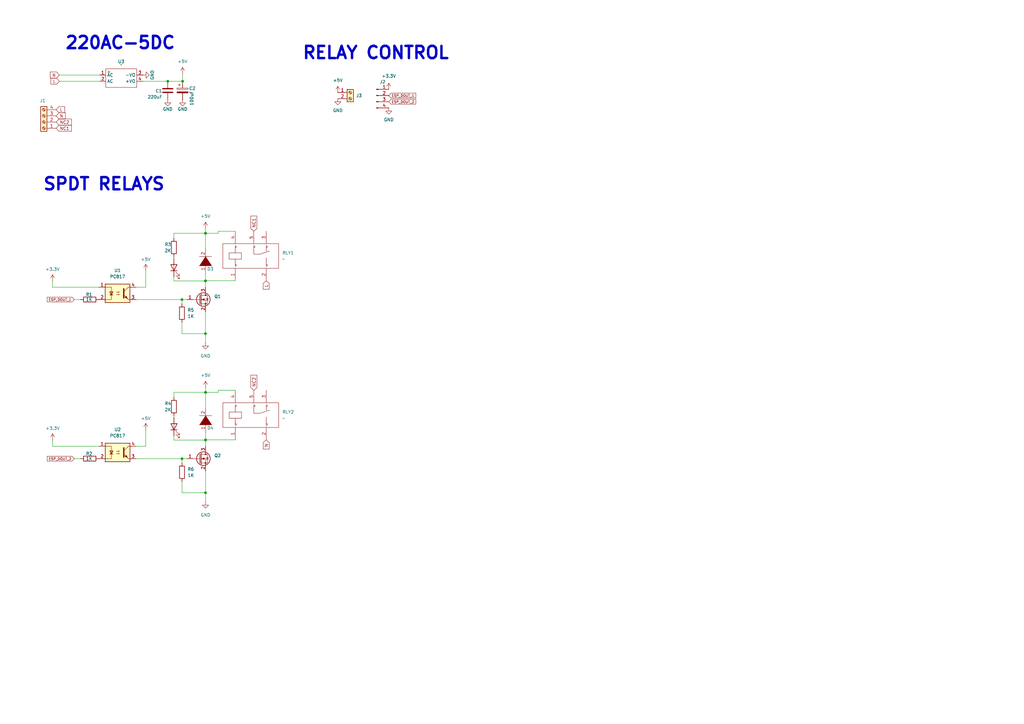
<source format=kicad_sch>
(kicad_sch (version 20250114) (generator "eeschema") (generator_version "9.0")
  (paper "A3")
  (lib_symbols
    (symbol "+5V_1" (power) (pin_numbers (hide yes)) (pin_names (offset 0) (hide yes))
      (property "Value" "+5V" (at 0 3.556 0))
      (symbol "+5V_1_0_1"
        (polyline (pts (xy -0.762 1.27) (xy 0 2.54)))
        (polyline (pts (xy 0 2.54) (xy 0.762 1.27)))
        (polyline (pts (xy 0 0) (xy 0 2.54)))
      )
      (symbol "+5V_1_1_1"
        (pin power_in line (at 0 0 90) (length 0) (name "~") (number "1"))
      )
    )
    (symbol "Connector:Conn_01x04_Pin" (pin_names (offset 1.016) (hide yes))
      (property "Reference" "J" (at 0 5.08 0))
      (property "Value" "Conn_01x04_Pin" (at 0 -7.62 0))
      (symbol "Conn_01x04_Pin_1_1"
        (rectangle (start 0.8636 2.667) (end 0 2.413) (stroke (width 0.1524)) (fill (type outline)))
        (rectangle (start 0.8636 0.127) (end 0 -0.127) (stroke (width 0.1524)) (fill (type outline)))
        (rectangle (start 0.8636 -2.413) (end 0 -2.667) (stroke (width 0.1524)) (fill (type outline)))
        (rectangle (start 0.8636 -4.953) (end 0 -5.207) (stroke (width 0.1524)) (fill (type outline)))
        (polyline (pts (xy 1.27 2.54) (xy 0.8636 2.54)) (stroke (width 0.1524)))
        (polyline (pts (xy 1.27 0) (xy 0.8636 0)) (stroke (width 0.1524)))
        (polyline (pts (xy 1.27 -2.54) (xy 0.8636 -2.54)) (stroke (width 0.1524)))
        (polyline (pts (xy 1.27 -5.08) (xy 0.8636 -5.08)) (stroke (width 0.1524)))
        (pin passive line (at 5.08 2.54 180) (length 3.81) (name "Pin_1") (number "1"))
        (pin passive line (at 5.08 0 180) (length 3.81) (name "Pin_2") (number "2"))
        (pin passive line (at 5.08 -2.54 180) (length 3.81) (name "Pin_3") (number "3"))
        (pin passive line (at 5.08 -5.08 180) (length 3.81) (name "Pin_4") (number "4"))
      )
    )
    (symbol "Connector:Screw_Terminal_01x02" (pin_names (offset 1.016) (hide yes))
      (property "Reference" "J" (at 0 2.54 0))
      (property "Value" "Screw_Terminal_01x02" (at 0 -5.08 0))
      (symbol "Screw_Terminal_01x02_1_1"
        (rectangle (start -1.27 1.27) (end 1.27 -3.81) (stroke (width 0.254)) (fill (type background)))
        (polyline (pts (xy -0.5334 0.3302) (xy 0.3302 -0.508)) (stroke (width 0.1524)))
        (polyline (pts (xy -0.5334 -2.2098) (xy 0.3302 -3.048)) (stroke (width 0.1524)))
        (polyline (pts (xy -0.3556 0.508) (xy 0.508 -0.3302)) (stroke (width 0.1524)))
        (polyline (pts (xy -0.3556 -2.032) (xy 0.508 -2.8702)) (stroke (width 0.1524)))
        (circle (center 0 0) (radius 0.635) (stroke (width 0.1524)))
        (circle (center 0 -2.54) (radius 0.635) (stroke (width 0.1524)))
        (pin passive line (at -5.08 0 0) (length 3.81) (name "Pin_1") (number "1"))
        (pin passive line (at -5.08 -2.54 0) (length 3.81) (name "Pin_2") (number "2"))
      )
    )
    (symbol "Connector:Screw_Terminal_01x04" (pin_names (offset 1.016) (hide yes))
      (property "Reference" "J" (at 0 5.08 0))
      (property "Value" "Screw_Terminal_01x04" (at 0 -7.62 0))
      (symbol "Screw_Terminal_01x04_1_1"
        (rectangle (start -1.27 3.81) (end 1.27 -6.35) (stroke (width 0.254)) (fill (type background)))
        (polyline (pts (xy -0.5334 2.8702) (xy 0.3302 2.032)) (stroke (width 0.1524)))
        (polyline (pts (xy -0.5334 0.3302) (xy 0.3302 -0.508)) (stroke (width 0.1524)))
        (polyline (pts (xy -0.5334 -2.2098) (xy 0.3302 -3.048)) (stroke (width 0.1524)))
        (polyline (pts (xy -0.5334 -4.7498) (xy 0.3302 -5.588)) (stroke (width 0.1524)))
        (polyline (pts (xy -0.3556 3.048) (xy 0.508 2.2098)) (stroke (width 0.1524)))
        (polyline (pts (xy -0.3556 0.508) (xy 0.508 -0.3302)) (stroke (width 0.1524)))
        (polyline (pts (xy -0.3556 -2.032) (xy 0.508 -2.8702)) (stroke (width 0.1524)))
        (polyline (pts (xy -0.3556 -4.572) (xy 0.508 -5.4102)) (stroke (width 0.1524)))
        (circle (center 0 2.54) (radius 0.635) (stroke (width 0.1524)))
        (circle (center 0 0) (radius 0.635) (stroke (width 0.1524)))
        (circle (center 0 -2.54) (radius 0.635) (stroke (width 0.1524)))
        (circle (center 0 -5.08) (radius 0.635) (stroke (width 0.1524)))
        (pin passive line (at -5.08 2.54 0) (length 3.81) (name "Pin_1") (number "1"))
        (pin passive line (at -5.08 0 0) (length 3.81) (name "Pin_2") (number "2"))
        (pin passive line (at -5.08 -2.54 0) (length 3.81) (name "Pin_3") (number "3"))
        (pin passive line (at -5.08 -5.08 0) (length 3.81) (name "Pin_4") (number "4"))
      )
    )
    (symbol "Device:C" (pin_numbers (hide yes)) (pin_names (offset 0.254))
      (property "Reference" "C" (at 0.635 2.54 0))
      (property "Value" "C" (at 0.635 -2.54 0))
      (symbol "C_0_1"
        (polyline (pts (xy -2.032 0.762) (xy 2.032 0.762)) (stroke (width 0.508)))
        (polyline (pts (xy -2.032 -0.762) (xy 2.032 -0.762)) (stroke (width 0.508)))
      )
      (symbol "C_1_1"
        (pin passive line (at 0 3.81 270) (length 2.794) (name "~") (number "1"))
        (pin passive line (at 0 -3.81 90) (length 2.794) (name "~") (number "2"))
      )
    )
    (symbol "Device:C_Polarized" (pin_numbers (hide yes)) (pin_names (offset 0.254))
      (property "Reference" "C" (at 0.635 2.54 0))
      (property "Value" "C_Polarized" (at 0.635 -2.54 0))
      (symbol "C_Polarized_0_1"
        (rectangle (start -2.286 0.508) (end 2.286 1.016))
        (polyline (pts (xy -1.778 2.286) (xy -0.762 2.286)))
        (polyline (pts (xy -1.27 2.794) (xy -1.27 1.778)))
        (rectangle (start 2.286 -0.508) (end -2.286 -1.016) (fill (type outline)))
      )
      (symbol "C_Polarized_1_1"
        (pin passive line (at 0 3.81 270) (length 2.794) (name "~") (number "1"))
        (pin passive line (at 0 -3.81 90) (length 2.794) (name "~") (number "2"))
      )
    )
    (symbol "Device:LED" (pin_numbers (hide yes)) (pin_names (offset 1.016) (hide yes))
      (property "Reference" "D" (at 0 2.54 0))
      (property "Value" "LED" (at 0 -2.54 0))
      (symbol "LED_0_1"
        (polyline (pts (xy -3.048 -0.762) (xy -4.572 -2.286) (xy -3.81 -2.286) (xy -4.572 -2.286) (xy -4.572 -1.524)))
        (polyline (pts (xy -1.778 -0.762) (xy -3.302 -2.286) (xy -2.54 -2.286) (xy -3.302 -2.286) (xy -3.302 -1.524)))
        (polyline (pts (xy -1.27 0) (xy 1.27 0)))
        (polyline (pts (xy -1.27 -1.27) (xy -1.27 1.27)) (stroke (width 0.254)))
        (polyline (pts (xy 1.27 -1.27) (xy 1.27 1.27) (xy -1.27 0) (xy 1.27 -1.27)) (stroke (width 0.254)))
      )
      (symbol "LED_1_1"
        (pin passive line (at -3.81 0 0) (length 2.54) (name "K") (number "1"))
        (pin passive line (at 3.81 0 180) (length 2.54) (name "A") (number "2"))
      )
    )
    (symbol "Device:Q_NMOS_Depletion_GSD" (pin_names (offset 0) (hide yes))
      (property "Reference" "Q" (at 5.08 1.905 0))
      (property "Value" "Q_NMOS_Depletion_GSD" (at 5.08 0 0))
      (symbol "Q_NMOS_Depletion_GSD_0_1"
        (polyline (pts (xy 0.254 1.905) (xy 0.254 -1.905)) (stroke (width 0.254)))
        (polyline (pts (xy 0.254 0) (xy -2.54 0)))
        (polyline (pts (xy 0.762 2.286) (xy 0.762 -2.286)) (stroke (width 0.254)))
        (polyline (pts (xy 0.762 -1.778) (xy 3.302 -1.778) (xy 3.302 1.778) (xy 0.762 1.778)))
        (polyline (pts (xy 1.016 0) (xy 2.032 0.381) (xy 2.032 -0.381) (xy 1.016 0)) (fill (type outline)))
        (circle (center 1.651 0) (radius 2.794) (stroke (width 0.254)))
        (polyline (pts (xy 2.54 2.54) (xy 2.54 1.778)))
        (circle (center 2.54 1.778) (radius 0.254) (fill (type outline)))
        (circle (center 2.54 -1.778) (radius 0.254) (fill (type outline)))
        (polyline (pts (xy 2.54 -2.54) (xy 2.54 0) (xy 0.762 0)))
        (polyline (pts (xy 2.794 0.508) (xy 2.921 0.381) (xy 3.683 0.381) (xy 3.81 0.254)))
        (polyline (pts (xy 3.302 0.381) (xy 2.921 -0.254) (xy 3.683 -0.254) (xy 3.302 0.381)))
      )
      (symbol "Q_NMOS_Depletion_GSD_1_1"
        (pin input line (at -5.08 0 0) (length 2.54) (name "G") (number "1"))
        (pin passive line (at 2.54 5.08 270) (length 2.54) (name "D") (number "3"))
        (pin passive line (at 2.54 -5.08 90) (length 2.54) (name "S") (number "2"))
      )
    )
    (symbol "Device:R" (pin_numbers (hide yes)) (pin_names (offset 0))
      (property "Reference" "R" (at 2.032 0 90))
      (property "Value" "R" (at 0 0 90))
      (symbol "R_0_1"
        (rectangle (start -1.016 -2.54) (end 1.016 2.54) (stroke (width 0.254)))
      )
      (symbol "R_1_1"
        (pin passive line (at 0 3.81 270) (length 1.27) (name "~") (number "1"))
        (pin passive line (at 0 -3.81 90) (length 1.27) (name "~") (number "2"))
      )
    )
    (symbol "EasyEDA_Lib:HLK-5M05"
      (property "Reference" "U" (at 0 0 0))
      (symbol "HLK-5M05_1_0"
        (rectangle (start -6.35 -3.81) (end 6.35 3.81))
        (circle (center -5.08 2.54) (radius 0.381))
        (pin unspecified line (at -8.89 1.27 0) (length 2.54) (name "AC") (number "1"))
        (pin unspecified line (at -8.89 -1.27 0) (length 2.54) (name "AC") (number "2"))
        (pin unspecified line (at 8.89 1.27 180) (length 2.54) (name "-VO") (number "3"))
        (pin unspecified line (at 8.89 -1.27 180) (length 2.54) (name "+VO") (number "4"))
      )
    )
    (symbol "EasyEDA_Lib:SRD-05VDC-SL-C"
      (property "Reference" "RLY" (at 0 0 0))
      (symbol "SRD-05VDC-SL-C_1_0"
        (rectangle (start -5.08 11.43) (end 5.08 -11.43))
        (circle (center -3.81 6.604) (radius 0.254))
        (polyline (pts (xy -3.81 6.35) (xy -2.032 6.35)))
        (circle (center -3.81 1.524) (radius 0.254))
        (polyline (pts (xy -3.81 1.27) (xy -0.762 1.27) (xy -0.762 1.27) (xy -0.762 3.81)))
        (circle (center -3.81 -6.096) (radius 0.254))
        (polyline (pts (xy -1.27 -6.35) (xy -3.81 -6.35)))
        (polyline (pts (xy -1.27 -8.89) (xy 1.27 -8.89) (xy 1.27 -8.89) (xy 1.27 -3.81) (xy 1.27 -3.81) (xy -1.27 -3.81) (xy -1.27 -3.81) (xy -1.27 -8.89)))
        (polyline (pts (xy -0.762 3.81) (xy -2.032 7.62)))
        (circle (center 3.81 6.604) (radius 0.254))
        (polyline (pts (xy 3.81 6.35) (xy 0.762 6.35)))
        (circle (center 3.81 -6.096) (radius 0.254))
        (polyline (pts (xy 3.81 -6.35) (xy 1.27 -6.35)))
        (pin input line (at -10.16 6.35 0) (length 5.08) (name "3") (number "3"))
        (pin input line (at -10.16 1.27 0) (length 5.08) (name "5") (number "5"))
        (pin input line (at -10.16 -6.35 0) (length 5.08) (name "4") (number "4"))
        (pin input line (at 10.16 6.35 180) (length 5.08) (name "2") (number "2"))
        (pin input line (at 10.16 -6.35 180) (length 5.08) (name "1") (number "1"))
      )
    )
    (symbol "Isolator:PC817" (pin_names (offset 1.016))
      (property "Reference" "U" (at -5.08 5.08 0))
      (property "Value" "PC817" (at 0 5.08 0))
      (symbol "PC817_0_1"
        (rectangle (start -5.08 3.81) (end 5.08 -3.81) (stroke (width 0.254)) (fill (type background)))
        (polyline (pts (xy -5.08 2.54) (xy -2.54 2.54) (xy -2.54 -0.635)))
        (polyline (pts (xy -3.175 -0.635) (xy -1.905 -0.635)) (stroke (width 0.254)))
        (polyline (pts (xy -2.54 -0.635) (xy -2.54 -2.54) (xy -5.08 -2.54)))
        (polyline (pts (xy -2.54 -0.635) (xy -3.175 0.635) (xy -1.905 0.635) (xy -2.54 -0.635)) (stroke (width 0.254)))
        (polyline (pts (xy -0.508 0.508) (xy 0.762 0.508) (xy 0.381 0.381) (xy 0.381 0.635) (xy 0.762 0.508)))
        (polyline (pts (xy -0.508 -0.508) (xy 0.762 -0.508) (xy 0.381 -0.635) (xy 0.381 -0.381) (xy 0.762 -0.508)))
        (polyline (pts (xy 2.54 1.905) (xy 2.54 -1.905) (xy 2.54 -1.905)) (stroke (width 0.508)))
        (polyline (pts (xy 2.54 0.635) (xy 4.445 2.54)))
        (polyline (pts (xy 3.048 -1.651) (xy 3.556 -1.143) (xy 4.064 -2.159) (xy 3.048 -1.651) (xy 3.048 -1.651)) (fill (type outline)))
        (polyline (pts (xy 4.445 2.54) (xy 5.08 2.54)))
        (polyline (pts (xy 4.445 -2.54) (xy 2.54 -0.635)) (fill (type outline)))
        (polyline (pts (xy 4.445 -2.54) (xy 5.08 -2.54)))
      )
      (symbol "PC817_1_1"
        (pin passive line (at -7.62 2.54 0) (length 2.54) (name "~") (number "1"))
        (pin passive line (at -7.62 -2.54 0) (length 2.54) (name "~") (number "2"))
        (pin passive line (at 7.62 2.54 180) (length 2.54) (name "~") (number "4"))
        (pin passive line (at 7.62 -2.54 180) (length 2.54) (name "~") (number "3"))
      )
    )
    (symbol "power:+3.3V" (power) (pin_numbers (hide yes)) (pin_names (offset 0) (hide yes))
      (property "Value" "+3.3V" (at 0 3.556 0))
      (symbol "+3.3V_0_1"
        (polyline (pts (xy -0.762 1.27) (xy 0 2.54)))
        (polyline (pts (xy 0 2.54) (xy 0.762 1.27)))
        (polyline (pts (xy 0 0) (xy 0 2.54)))
      )
      (symbol "+3.3V_1_1"
        (pin power_in line (at 0 0 90) (length 0) (name "~") (number "1"))
      )
    )
    (symbol "power:+5V" (power) (pin_numbers (hide yes)) (pin_names (offset 0) (hide yes))
      (property "Value" "+5V" (at 0 3.556 0))
      (symbol "+5V_0_1"
        (polyline (pts (xy -0.762 1.27) (xy 0 2.54)))
        (polyline (pts (xy 0 2.54) (xy 0.762 1.27)))
        (polyline (pts (xy 0 0) (xy 0 2.54)))
      )
      (symbol "+5V_1_1"
        (pin power_in line (at 0 0 90) (length 0) (name "~") (number "1"))
      )
    )
    (symbol "power:GND" (power) (pin_numbers (hide yes)) (pin_names (offset 0) (hide yes))
      (property "Value" "GND" (at 0 -3.81 0))
      (symbol "GND_0_1"
        (polyline (pts (xy 0 0) (xy 0 -1.27) (xy 1.27 -1.27) (xy 0 -2.54) (xy -1.27 -1.27) (xy 0 -1.27)))
      )
      (symbol "GND_1_1"
        (pin power_in line (at 0 0 270) (length 0) (name "~") (number "1"))
      )
    )
    (symbol "pspice:DIODE" (pin_names (offset 1.016) (hide yes))
      (property "Reference" "D" (at 0 3.81 0))
      (property "Value" "DIODE" (at 0 -4.445 0))
      (symbol "DIODE_0_1"
        (polyline (pts (xy -1.905 2.54) (xy -1.905 -2.54) (xy 1.905 0)) (fill (type outline)))
        (polyline (pts (xy 1.905 2.54) (xy 1.905 -2.54)))
      )
      (symbol "DIODE_1_1"
        (pin input line (at -5.08 0 0) (length 3.81) (name "K") (number "1"))
        (pin input line (at 5.08 0 180) (length 3.81) (name "A") (number "2"))
      )
    )
  )
  (text "220AC-5DC " (at 26.4004 20.6368 0) (effects (font (size 5 5) (thickness 1) (bold yes)) (justify left bottom)))
  (text "RELAY CONTROL" (at 123.7293 24.7265 0) (effects (font (size 5 5) (thickness 1) (bold yes)) (justify left bottom)))
  (text "SPDT RELAYS" (at 17.3493 78.5558 0) (effects (font (size 5 5) (thickness 1) (bold yes)) (justify left bottom)))
  (junction (at 74.6493 188.1109))
  (junction (at 84.2809 95.6857))
  (junction (at 74.6289 122.8561))
  (junction (at 74.8752 33.3227))
  (junction (at 84.3013 160.9405))
  (junction (at 84.3013 180.4909))
  (junction (at 84.3013 180.4129))
  (junction (at 84.2809 115.1581))
  (junction (at 84.3013 160.9329))
  (junction (at 84.2809 115.2361))
  (junction (at 68.7935 33.3227))
  (junction (at 84.3013 202.0809))
  (junction (at 84.2809 95.6781))
  (junction (at 84.2809 136.8261))
  (wire (pts (xy 84.2809 115.2361) (xy 84.2809 117.7761)))
  (wire (pts (xy 21.5633 183.0309) (xy 40.6133 183.0309)))
  (wire (pts (xy 21.5429 117.7761) (xy 40.5929 117.7761)))
  (wire (pts (xy 84.2809 127.9361) (xy 84.2809 136.8261)))
  (wire (pts (xy 59.7705 117.7761) (xy 55.8329 117.7761)))
  (wire (pts (xy 74.6493 202.0809) (xy 84.3013 202.0809)))
  (wire (pts (xy 84.2809 95.6857) (xy 84.2809 102.0281)))
  (wire (pts (xy 84.3013 180.4129) (xy 84.3013 180.4909)))
  (wire (pts (xy 71.3473 180.4909) (xy 84.3013 180.4909)))
  (wire (pts (xy 71.3473 162.9649) (xy 71.3473 160.9329)))
  (wire (pts (xy 30.4329 122.8561) (xy 32.9729 122.8561)))
  (wire (pts (xy 55.8533 188.1109) (xy 74.6493 188.1109)))
  (wire (pts (xy 59.7705 110.9359) (xy 59.7705 117.7761)))
  (wire (pts (xy 71.3473 160.9329) (xy 84.3013 160.9329)))
  (wire (pts (xy 74.8752 30.18) (xy 74.8752 33.3227)))
  (wire (pts (xy 21.5429 117.7761) (xy 21.5429 115.2361)))
  (wire (pts (xy 71.3269 95.6781) (xy 84.2809 95.6781)))
  (wire (pts (xy 84.2809 93.6578) (xy 84.2809 95.6781)))
  (wire (pts (xy 96.4873 94.8381) (xy 89.4717 94.8381)))
  (wire (pts (xy 84.3013 160.9329) (xy 84.3013 160.9405)))
  (wire (pts (xy 96.5077 180.4129) (xy 84.3013 180.4129)))
  (wire (pts (xy 21.5633 183.0309) (xy 21.5633 180.4909)))
  (wire (pts (xy 71.3269 97.7101) (xy 71.3269 95.6781)))
  (wire (pts (xy 59.7909 176.1907) (xy 59.7909 183.0309)))
  (wire (pts (xy 84.2809 115.1581) (xy 84.2809 115.2361)))
  (wire (pts (xy 74.6493 202.0809) (xy 74.6493 197.5089)))
  (wire (pts (xy 89.4717 94.8381) (xy 89.4717 95.6857)))
  (wire (pts (xy 74.6289 124.6341) (xy 74.6289 122.8561)))
  (wire (pts (xy 30.4533 188.1109) (xy 32.9933 188.1109)))
  (wire (pts (xy 84.3013 177.4429) (xy 84.3013 180.4129)))
  (wire (pts (xy 84.3013 180.4909) (xy 84.3013 183.0309)))
  (wire (pts (xy 96.5077 160.0929) (xy 89.4921 160.0929)))
  (wire (pts (xy 71.3473 178.8399) (xy 71.3473 180.4909)))
  (wire (pts (xy 84.2809 140.6361) (xy 84.2809 136.8261)))
  (wire (pts (xy 89.4921 160.0929) (xy 89.4921 160.9405)))
  (wire (pts (xy 55.8329 122.8561) (xy 74.6289 122.8561)))
  (wire (pts (xy 24.3435 30.7827) (xy 40.8535 30.7827)))
  (wire (pts (xy 84.2809 95.6781) (xy 84.2809 95.6857)))
  (wire (pts (xy 89.4717 95.6857) (xy 84.2809 95.6857)))
  (wire (pts (xy 84.2809 112.1881) (xy 84.2809 115.1581)))
  (wire (pts (xy 71.3473 170.5849) (xy 71.3473 171.2199)))
  (wire (pts (xy 74.6493 188.1109) (xy 76.6813 188.1109)))
  (wire (pts (xy 84.3013 193.1909) (xy 84.3013 202.0809)))
  (wire (pts (xy 74.6289 136.8261) (xy 74.6289 132.2541)))
  (wire (pts (xy 89.4921 160.9405) (xy 84.3013 160.9405)))
  (wire (pts (xy 84.3013 158.9126) (xy 84.3013 160.9329)))
  (wire (pts (xy 71.3269 113.5851) (xy 71.3269 115.2361)))
  (wire (pts (xy 71.3269 105.3301) (xy 71.3269 105.9651)))
  (wire (pts (xy 74.6289 136.8261) (xy 84.2809 136.8261)))
  (wire (pts (xy 84.3013 160.9405) (xy 84.3013 167.2829)))
  (wire (pts (xy 71.3269 115.2361) (xy 84.2809 115.2361)))
  (wire (pts (xy 58.6335 33.3227) (xy 68.7935 33.3227)))
  (wire (pts (xy 74.6493 189.8889) (xy 74.6493 188.1109)))
  (wire (pts (xy 24.3435 33.3227) (xy 40.8535 33.3227)))
  (wire (pts (xy 68.7935 33.3227) (xy 74.8752 33.3227)))
  (wire (pts (xy 96.4873 115.1581) (xy 84.2809 115.1581)))
  (wire (pts (xy 59.7909 183.0309) (xy 55.8533 183.0309)))
  (wire (pts (xy 84.3013 205.8909) (xy 84.3013 202.0809)))
  (wire (pts (xy 74.6289 122.8561) (xy 76.6609 122.8561)))
  (global_label "L" (shape input) (at 24.3435 33.3227 180) (property "Intersheetrefs" "${INTERSHEET_REFS}" (effects (hide yes))))
  (global_label "NC2" (shape input) (at 23.0641 50.0674 0) (property "Intersheetrefs" "${INTERSHEET_REFS}" (effects (hide yes))))
  (global_label "NC2" (shape input) (at 104.1277 160.0929 90) (property "Intersheetrefs" "${INTERSHEET_REFS}" (effects (hide yes))))
  (global_label "ESP_DOUT_2" (shape input) (at 30.4533 188.1109 180) (effects (font (size 1 1))) (property "Intersheetrefs" "${INTERSHEET_REFS}" (effects (hide yes))))
  (global_label "N" (shape input) (at 109.2077 180.4129 270) (property "Intersheetrefs" "${INTERSHEET_REFS}" (effects (hide yes))))
  (global_label "N" (shape input) (at 24.3435 30.7827 180) (property "Intersheetrefs" "${INTERSHEET_REFS}" (effects (hide yes))))
  (global_label "ESP_DOUT_1" (shape input) (at 30.4329 122.8561 180) (effects (font (size 1 1))) (property "Intersheetrefs" "${INTERSHEET_REFS}" (effects (hide yes))))
  (global_label "N" (shape input) (at 23.0641 47.5274 0) (property "Intersheetrefs" "${INTERSHEET_REFS}" (effects (hide yes))))
  (global_label "L" (shape input) (at 109.1873 115.1581 270) (property "Intersheetrefs" "${INTERSHEET_REFS}" (effects (hide yes))))
  (global_label "ESP_DOUT_2" (shape input) (at 159.462 41.7201 0) (effects (font (size 1 1))) (property "Intersheetrefs" "${INTERSHEET_REFS}" (effects (hide yes))))
  (global_label "ESP_DOUT_1" (shape input) (at 159.462 39.1801 0) (effects (font (size 1 1))) (property "Intersheetrefs" "${INTERSHEET_REFS}" (effects (hide yes))))
  (global_label "L" (shape input) (at 23.0641 44.9874 0) (property "Intersheetrefs" "${INTERSHEET_REFS}" (effects (hide yes))))
  (global_label "NC1" (shape input) (at 23.0641 52.6074 0) (property "Intersheetrefs" "${INTERSHEET_REFS}" (effects (hide yes))))
  (global_label "NC1" (shape input) (at 104.1073 94.8381 90) (property "Intersheetrefs" "${INTERSHEET_REFS}" (effects (hide yes))))
  (symbol (lib_id "Device:R") (at 74.6289 128.4441 0) (unit 1)
    (property "Reference" "R5" (at 76.9149 127.174 0) (effects (justify left)))
    (property "Value" "1K" (at 76.9149 129.714 0) (effects (justify left)))
    (property "Footprint" "Resistor_SMD:R_0603_1608Metric_Pad0.98x0.95mm_HandSolder" (effects (hide yes)))
    (property "Description" "Resistor" (effects (hide yes)))
    (property "LCSC" "C21190" (effects (hide yes)))
  )
  (symbol (lib_id "power:GND") (at 84.2809 140.6361 0) (unit 1)
    (property "Reference" "#PWR010" (effects (hide yes)))
    (property "Value" "GND" (at 84.2809 145.9701 0))
    (property "Description" "Power symbol creates a global label with name \"GND\" , ground" (effects (hide yes)))
  )
  (symbol (lib_id "power:+5V") (at 74.8752 30.18 0) (mirror y) (unit 1)
    (property "Reference" "#PWR07" (effects (hide yes)))
    (property "Value" "+5V" (at 74.8752 25.1885 0))
    (property "Description" "Power symbol creates a global label with name \"+5V\"" (effects (hide yes)))
  )
  (symbol (lib_id "EasyEDA_Lib:HLK-5M05") (at 49.7435 32.0527 0) (unit 1)
    (property "Reference" "U3" (at 49.7435 25.2612 0))
    (property "Value" "~" (at 49.7435 26.5312 0))
    (property "Footprint" "EasyEDA_Lib:PWRM-TH_HLK-5M05" (effects (hide yes)))
    (property "Datasheet" "https://item.szlcsc.com/datasheet/HLK-5M05/210985.html" (effects (hide yes)))
    (property "Description" "Conversion Type:AC/DC-DC Voltage - Input(DC):70V~350V Voltage - Input(DC):70V~350V Voltage - Input(AC):85VAC~264VAC Voltage - Input(AC):85VAC~264VAC Output Voltage:5V Output Voltage:5V Output Voltage Accuracy:±0.2% Output Voltage Accuracy:±0.2% Output Cur" (effects (hide yes)))
    (property "Manufacturer Part" "HLK-5M05" (effects (hide yes)))
    (property "Manufacturer" "HI-LINK(海凌科)" (effects (hide yes)))
    (property "Supplier Part" "C209907" (effects (hide yes)))
    (property "Supplier" "LCSC" (effects (hide yes)))
    (property "LCSC Part Name" "5W超小型系列模块电源" (effects (hide yes)))
    (property "LCSC" "C209907" (effects (hide yes)))
  )
  (symbol (lib_id "pspice:DIODE") (at 84.2809 107.1081 90) (unit 1)
    (property "Reference" "D3" (at 84.9159 110.2831 90) (effects (justify right)))
    (property "Value" "1N4001" (effects (hide yes)))
    (property "Footprint" "Diode_SMD:D_SOD-123F" (effects (hide yes)))
    (property "LCSC" "C2892326" (effects (hide yes)))
  )
  (symbol (lib_id "EasyEDA_Lib:SRD-05VDC-SL-C") (at 102.8373 104.9981 270) (unit 1)
    (property "Reference" "RLY1" (at 115.7612 103.728 90) (effects (justify left)))
    (property "Value" "~" (at 115.7612 106.268 90) (effects (justify left)))
    (property "Footprint" "EasyEDA_Lib:RELAY-TH_SRD-XXVDC-XL-C" (effects (hide yes)))
    (property "Datasheet" "https://item.szlcsc.com/datasheet/SRD-05VDC-SL-C/36422.html" (effects (hide yes)))
    (property "Description" "Coil Voltage:5V Contact Form:1 Form C: 1C (SPDT-CO) Number of Pins:5 Contact Rating:- Switching Voltage(Max):250V@AC Coil Rated Power:360mW Switching Current(Max):15A Coil Type:Non-Polarized - Single Coil Coil Resistance:70Ω Contact Resistance:100mΩ Opera" (effects (hide yes)))
    (property "Manufacturer Part" "SRD-05VDC-SL-C" (effects (hide yes)))
    (property "Manufacturer" "松乐" (effects (hide yes)))
    (property "Supplier Part" "C35449" (effects (hide yes)))
    (property "Supplier" "LCSC" (effects (hide yes)))
    (property "LCSC Part Name" "蓝色 单组转换型继电器" (effects (hide yes)))
    (property "LCSC" "C35449" (effects (hide yes)))
  )
  (symbol (lib_id "power:+5V") (at 84.3013 158.9126 0) (mirror y) (unit 1)
    (property "Reference" "#PWR011" (effects (hide yes)))
    (property "Value" "+5V" (at 84.3013 153.9211 0))
    (property "Description" "Power symbol creates a global label with name \"+5V\"" (effects (hide yes)))
  )
  (symbol (lib_id "Device:C") (at 68.7935 37.1327 0) (unit 1)
    (property "Reference" "C1" (at 63.7779 37.2974 0) (effects (justify left)))
    (property "Value" "220uF" (at 60.5081 39.7665 0) (effects (justify left)))
    (property "Footprint" "Capacitor_SMD:C_1210_3225Metric_Pad1.33x2.70mm_HandSolder" (effects (hide yes)))
    (property "Description" "Unpolarized capacitor" (effects (hide yes)))
    (property "LCSC" "C469553" (effects (hide yes)))
  )
  (symbol (lib_id "power:GND") (at 74.8752 40.9427 0) (unit 1)
    (property "Reference" "#PWR08" (effects (hide yes)))
    (property "Value" "GND" (at 74.8752 44.7527 0))
    (property "Description" "Power symbol creates a global label with name \"GND\" , ground" (effects (hide yes)))
  )
  (symbol (lib_id "Device:R") (at 71.3269 101.5201 0) (unit 1)
    (property "Reference" "R3" (at 67.5169 100.2501 0) (effects (justify left)))
    (property "Value" "2K" (at 67.5169 102.7901 0) (effects (justify left)))
    (property "Footprint" "Resistor_SMD:R_0603_1608Metric_Pad0.98x0.95mm_HandSolder" (effects (hide yes)))
    (property "LCSC" "C22975" (effects (hide yes)))
  )
  (symbol (lib_id "Connector:Conn_01x04_Pin") (at 154.382 39.1801 0) (unit 1)
    (property "Reference" "J2" (at 156.9178 33.5746 0))
    (property "Value" "Conn_01x04_Pin" (effects (hide yes)))
    (property "Footprint" "Connector_PinHeader_2.54mm:PinHeader_1x02_P2.54mm_Vertical" (effects (hide yes)))
    (property "Description" "Generic connector, single row, 01x04, script generated" (effects (hide yes)))
  )
  (symbol (lib_id "Connector:Screw_Terminal_01x02") (at 143.6298 37.9419 0) (unit 1)
    (property "Reference" "J3" (at 146.05 39.2118 0) (effects (justify left)))
    (property "Value" "PinHeader_1x02_P2.54mm_Vertical" (effects (hide yes)))
    (property "Description" "Generic screw terminal, single row, 01x02, script generated (kicad-library-utils/schlib/autogen/connector/)" (effects (hide yes)))
  )
  (symbol (lib_id "power:GND") (at 159.462 44.2601 0) (unit 1)
    (property "Reference" "#PWR014" (effects (hide yes)))
    (property "Value" "GND" (at 159.462 49.0861 0))
    (property "Description" "Power symbol creates a global label with name \"GND\" , ground" (effects (hide yes)))
  )
  (symbol (lib_id "power:+3.3V") (at 21.5429 115.2361 0) (unit 1)
    (property "Reference" "#PWR01" (effects (hide yes)))
    (property "Value" "+3.3V" (at 21.5429 110.4101 0))
  )
  (symbol (lib_id "Device:R") (at 36.8033 188.1109 90) (unit 1)
    (property "Reference" "R2" (at 36.5493 186.0789 90))
    (property "Value" "1K" (at 36.5493 188.1109 90))
    (property "Footprint" "Resistor_SMD:R_0603_1608Metric_Pad0.98x0.95mm_HandSolder" (effects (hide yes)))
    (property "Description" "Resistor" (effects (hide yes)))
    (property "LCSC" "C21190" (effects (hide yes)))
  )
  (symbol (lib_id "EasyEDA_Lib:SRD-05VDC-SL-C") (at 102.8577 170.2529 270) (unit 1)
    (property "Reference" "RLY2" (at 115.7816 168.9828 90) (effects (justify left)))
    (property "Value" "~" (at 115.7816 171.5228 90) (effects (justify left)))
    (property "Footprint" "EasyEDA_Lib:RELAY-TH_SRD-XXVDC-XL-C" (effects (hide yes)))
    (property "Datasheet" "https://item.szlcsc.com/datasheet/SRD-05VDC-SL-C/36422.html" (effects (hide yes)))
    (property "Description" "Coil Voltage:5V Contact Form:1 Form C: 1C (SPDT-CO) Number of Pins:5 Contact Rating:- Switching Voltage(Max):250V@AC Coil Rated Power:360mW Switching Current(Max):15A Coil Type:Non-Polarized - Single Coil Coil Resistance:70Ω Contact Resistance:100mΩ Opera" (effects (hide yes)))
    (property "Manufacturer Part" "SRD-05VDC-SL-C" (effects (hide yes)))
    (property "Manufacturer" "松乐" (effects (hide yes)))
    (property "Supplier Part" "C35449" (effects (hide yes)))
    (property "Supplier" "LCSC" (effects (hide yes)))
    (property "LCSC Part Name" "蓝色 单组转换型继电器" (effects (hide yes)))
    (property "LCSC" "C35449" (effects (hide yes)))
  )
  (symbol (lib_id "power:+5V") (at 138.5498 37.9419 0) (mirror y) (unit 1)
    (property "Reference" "#PWR015" (effects (hide yes)))
    (property "Value" "+5V" (at 138.5498 32.9504 0))
    (property "Description" "Power symbol creates a global label with name \"+5V\"" (effects (hide yes)))
  )
  (symbol (lib_id "power:GND") (at 138.5498 40.4819 0) (unit 1)
    (property "Reference" "#PWR016" (effects (hide yes)))
    (property "Value" "GND" (at 138.5498 45.3079 0))
    (property "Description" "Power symbol creates a global label with name \"GND\" , ground" (effects (hide yes)))
  )
  (symbol (lib_id "power:+3.3V") (at 21.5633 180.4909 0) (unit 1)
    (property "Reference" "#PWR02" (effects (hide yes)))
    (property "Value" "+3.3V" (at 21.5633 175.6649 0))
  )
  (symbol (lib_name "+5V_1") (lib_id "power:+5V") (at 59.7909 176.1907 0) (unit 1)
    (property "Reference" "#PWR05" (effects (hide yes)))
    (property "Value" "+5V" (at 59.7909 171.6187 0))
    (property "Description" "Power symbol creates a global label with name \"+5V\"" (effects (hide yes)))
  )
  (symbol (lib_id "Device:C_Polarized") (at 74.8752 37.1327 0) (unit 1)
    (property "Reference" "C2" (at 77.5308 36.2743 0) (effects (justify left)))
    (property "Value" "100uF" (at 78.6318 43.3516 90) (effects (justify left)))
    (property "Footprint" "Capacitor_SMD:C_0805_2012Metric_Pad1.18x1.45mm_HandSolder" (effects (hide yes)))
    (property "LCSC" "C141660" (effects (hide yes)))
  )
  (symbol (lib_id "power:GND") (at 58.6335 30.7827 90) (unit 1)
    (property "Reference" "#PWR03" (effects (hide yes)))
    (property "Value" "GND" (at 62.4435 30.7827 0))
    (property "Description" "Power symbol creates a global label with name \"GND\" , ground" (effects (hide yes)))
  )
  (symbol (lib_id "Device:Q_NMOS_Depletion_GSD") (at 81.7409 122.8561 0) (unit 1)
    (property "Reference" "Q1" (at 87.8369 121.586 0) (effects (justify left)))
    (property "Value" "Q_NMOS_Depletion_GSD" (effects (hide yes)))
    (property "Footprint" "Package_TO_SOT_SMD:SOT-23-3" (effects (hide yes)))
    (property "Datasheet" "https://wmsc.lcsc.com/wmsc/upload/file/pdf/v2/lcsc/1810010214_Jiangsu-Changjing-Electronics-Technology-Co---Ltd--CJ2310_C75882.pdf" (effects (hide yes)))
    (property "Description" "Depletion-mode N-channel MOSFET gate/source/drain" (effects (hide yes)))
    (property "LCSC" " C75882" (effects (hide yes)))
  )
  (symbol (lib_id "Connector:Screw_Terminal_01x04") (at 17.9841 50.0674 180) (unit 1)
    (property "Reference" "J1" (at 17.5329 41.2939 0))
    (property "Value" "Screw_Terminal_01x04" (effects (hide yes)))
    (property "Footprint" "Samtec_HPM-04-01-x-S_Straight_1x04_Pitch5.08mm" (effects (hide yes)))
    (property "Description" "Generic screw terminal, single row, 01x04, script generated (kicad-library-utils/schlib/autogen/connector/)" (effects (hide yes)))
  )
  (symbol (lib_id "Device:LED") (at 71.3269 109.7751 90) (unit 1)
    (property "Reference" "D1" (effects (hide yes)))
    (property "Value" "LED" (effects (hide yes)))
    (property "Footprint" "LED_SMD:LED_0805_2012Metric_Pad1.15x1.40mm_HandSolder" (effects (hide yes)))
    (property "LCSC" "C2297" (effects (hide yes)))
  )
  (symbol (lib_id "Device:R") (at 36.7829 122.8561 90) (unit 1)
    (property "Reference" "R1" (at 36.5289 120.8241 90))
    (property "Value" "1K" (at 36.5289 122.8561 90))
    (property "Footprint" "Resistor_SMD:R_0603_1608Metric_Pad0.98x0.95mm_HandSolder" (effects (hide yes)))
    (property "Description" "Resistor" (effects (hide yes)))
    (property "LCSC" "C21190" (effects (hide yes)))
  )
  (symbol (lib_id "Device:R") (at 74.6493 193.6989 0) (unit 1)
    (property "Reference" "R6" (at 76.9353 192.4288 0) (effects (justify left)))
    (property "Value" "1K" (at 76.9353 194.9688 0) (effects (justify left)))
    (property "Footprint" "Resistor_SMD:R_0603_1608Metric_Pad0.98x0.95mm_HandSolder" (effects (hide yes)))
    (property "Description" "Resistor" (effects (hide yes)))
    (property "LCSC" "C21190" (effects (hide yes)))
  )
  (symbol (lib_id "Isolator:PC817") (at 48.2333 185.5709 0) (unit 1)
    (property "Reference" "U2" (at 48.2333 176.1729 0))
    (property "Value" "PC817" (at 48.2333 178.7129 0))
    (property "Footprint" "InnovKits:APC-817xx-SL_AMB" (effects (hide yes)))
    (property "Datasheet" "http://www.soselectronic.cz/a_info/resource/d/pc817.pdf" (effects (hide yes)))
    (property "Description" "DC Optocoupler, Vce 35V, CTR 50-300%, DIP-4" (effects (hide yes)))
    (property "LCSC" "C66405" (effects (hide yes)))
  )
  (symbol (lib_id "power:GND") (at 68.7935 40.9427 0) (unit 1)
    (property "Reference" "#PWR06" (effects (hide yes)))
    (property "Value" "GND" (at 68.7935 44.7527 0))
    (property "Description" "Power symbol creates a global label with name \"GND\" , ground" (effects (hide yes)))
  )
  (symbol (lib_id "power:GND") (at 84.3013 205.8909 0) (unit 1)
    (property "Reference" "#PWR012" (effects (hide yes)))
    (property "Value" "GND" (at 84.3013 211.2249 0))
    (property "Description" "Power symbol creates a global label with name \"GND\" , ground" (effects (hide yes)))
  )
  (symbol (lib_id "power:+5V") (at 84.2809 93.6578 0) (mirror y) (unit 1)
    (property "Reference" "#PWR09" (effects (hide yes)))
    (property "Value" "+5V" (at 84.2809 88.6663 0))
    (property "Description" "Power symbol creates a global label with name \"+5V\"" (effects (hide yes)))
  )
  (symbol (lib_id "power:+3.3V") (at 159.462 36.6401 0) (unit 1)
    (property "Reference" "#PWR013" (effects (hide yes)))
    (property "Value" "+3.3V" (at 159.462 31.2045 0))
    (property "Description" "Power symbol creates a global label with name \"+3.3V\"" (effects (hide yes)))
  )
  (symbol (lib_id "Device:LED") (at 71.3473 175.0299 90) (unit 1)
    (property "Reference" "D2" (effects (hide yes)))
    (property "Value" "LED" (effects (hide yes)))
    (property "Footprint" "LED_SMD:LED_0805_2012Metric_Pad1.15x1.40mm_HandSolder" (effects (hide yes)))
    (property "LCSC" "C2297" (effects (hide yes)))
  )
  (symbol (lib_id "Device:Q_NMOS_Depletion_GSD") (at 81.7613 188.1109 0) (unit 1)
    (property "Reference" "Q2" (at 87.8573 186.8408 0) (effects (justify left)))
    (property "Value" "Q_NMOS_Depletion_GSD" (effects (hide yes)))
    (property "Footprint" "Package_TO_SOT_SMD:SOT-23-3" (effects (hide yes)))
    (property "Datasheet" "https://wmsc.lcsc.com/wmsc/upload/file/pdf/v2/lcsc/1810010214_Jiangsu-Changjing-Electronics-Technology-Co---Ltd--CJ2310_C75882.pdf" (effects (hide yes)))
    (property "Description" "Depletion-mode N-channel MOSFET gate/source/drain" (effects (hide yes)))
    (property "LCSC" " C75882" (effects (hide yes)))
  )
  (symbol (lib_id "Isolator:PC817") (at 48.2129 120.3161 0) (unit 1)
    (property "Reference" "U1" (at 48.2129 110.9181 0))
    (property "Value" "PC817" (at 48.2129 113.4581 0))
    (property "Footprint" "InnovKits:APC-817xx-SL_AMB" (effects (hide yes)))
    (property "Datasheet" "http://www.soselectronic.cz/a_info/resource/d/pc817.pdf" (effects (hide yes)))
    (property "Description" "DC Optocoupler, Vce 35V, CTR 50-300%, DIP-4" (effects (hide yes)))
    (property "LCSC" "C66405" (effects (hide yes)))
  )
  (symbol (lib_id "pspice:DIODE") (at 84.3013 172.3629 90) (unit 1)
    (property "Reference" "D4" (at 84.9363 175.5379 90) (effects (justify right)))
    (property "Value" "1N4001" (effects (hide yes)))
    (property "Footprint" "Diode_SMD:D_SOD-123F" (effects (hide yes)))
    (property "LCSC" "C2892326" (effects (hide yes)))
  )
  (symbol (lib_name "+5V_1") (lib_id "power:+5V") (at 59.7705 110.9359 0) (unit 1)
    (property "Reference" "#PWR04" (effects (hide yes)))
    (property "Value" "+5V" (at 59.7705 106.3639 0))
    (property "Description" "Power symbol creates a global label with name \"+5V\"" (effects (hide yes)))
  )
  (symbol (lib_id "Device:R") (at 71.3473 166.7749 0) (unit 1)
    (property "Reference" "R4" (at 67.5373 165.5049 0) (effects (justify left)))
    (property "Value" "2K" (at 67.5373 168.0449 0) (effects (justify left)))
    (property "Footprint" "Resistor_SMD:R_0603_1608Metric_Pad0.98x0.95mm_HandSolder" (effects (hide yes)))
    (property "LCSC" "C22975" (effects (hide yes)))
  )
)
</source>
